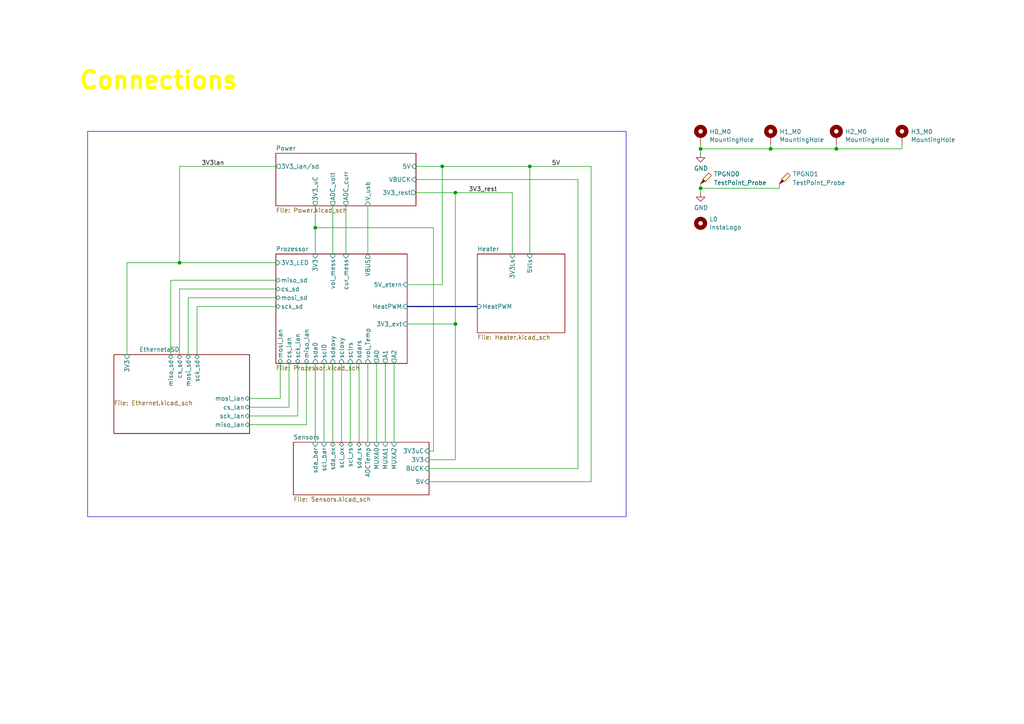
<source format=kicad_sch>
(kicad_sch (version 20231120) (generator "eeschema") (generator_version "8.0")
  (paper "A4")
  (lib_symbols
    (symbol "SymbolsBalloonv4:GND" (power) (pin_numbers hide) (pin_names (offset 0) hide)
      (property "Value" "GND" (at 0 -3.81 0))
      (symbol "GND_0_1"
        (polyline (pts (xy 0 0) (xy 0 -1.27) (xy 1.27 -1.27) (xy 0 -2.54) (xy -1.27 -1.27) (xy 0 -1.27)))
      )
      (symbol "GND_1_1"
        (pin power_in line (at 0 0 270) (length 0) (name "~") (number "1"))
      )
    )
    (symbol "SymbolsBalloonv4:MountingHole" (pin_names (offset 1.016))
      (property "Reference" "H" (at 0 5.08 0))
      (property "Value" "MountingHole" (at 0 3.175 0))
      (symbol "MountingHole_0_1"
        (circle (center 0 0) (radius 1.27) (stroke (width 1.27)))
      )
    )
    (symbol "SymbolsBalloonv4:MountingHole_Pad" (pin_numbers hide) (pin_names (offset 1.016) hide)
      (property "Reference" "H" (at 0 6.35 0))
      (property "Value" "MountingHole_Pad" (at 0 4.445 0))
      (symbol "MountingHole_Pad_0_1"
        (circle (center 0 1.27) (radius 1.27) (stroke (width 1.27)))
      )
      (symbol "MountingHole_Pad_1_1"
        (pin input line (at 0 -2.54 90) (length 2.54) (name "1") (number "1"))
      )
    )
    (symbol "SymbolsBalloonv4:TestPoint_Probe" (pin_numbers hide) (pin_names (offset 0.762) hide)
      (property "Reference" "TP" (at 1.651 5.842 0))
      (property "Value" "TestPoint_Probe" (at 1.651 4.064 0))
      (symbol "TestPoint_Probe_0_1"
        (polyline (pts (xy 1.27 0.762) (xy 0 0) (xy 0.762 1.27) (xy 1.27 0.762)) (fill (type outline)))
        (polyline (pts (xy 1.397 0.635) (xy 0.635 1.397) (xy 2.413 3.175) (xy 3.175 2.413) (xy 1.397 0.635)) (fill (type background)))
      )
      (symbol "TestPoint_Probe_1_1"
        (pin passive line (at 0 0 90) (length 0) (name "1") (number "1"))
      )
    )
  )
  (junction (at 153.67 48.26))
  (junction (at 132.08 93.98))
  (junction (at 128.27 48.26))
  (junction (at 132.08 55.88))
  (junction (at 242.57 43.18))
  (junction (at 91.44 66.04))
  (junction (at 203.2 54.61))
  (junction (at 52.07 76.2))
  (junction (at 203.2 43.18))
  (junction (at 223.52 43.18))
  (wire (pts (xy 81.28 105.41) (xy 81.28 115.57)))
  (wire (pts (xy 54.61 86.36) (xy 80.01 86.36)))
  (wire (pts (xy 128.27 48.26) (xy 128.27 82.55)))
  (wire (pts (xy 86.36 120.65) (xy 86.36 105.41)))
  (wire (pts (xy 72.39 120.65) (xy 86.36 120.65)))
  (wire (pts (xy 223.52 43.18) (xy 223.52 41.91)))
  (wire (pts (xy 100.33 59.69) (xy 100.33 73.66)))
  (wire (pts (xy 132.08 93.98) (xy 132.08 133.35)))
  (wire (pts (xy 88.9 123.19) (xy 72.39 123.19)))
  (wire (pts (xy 114.3 105.41) (xy 114.3 128.27)))
  (wire (pts (xy 96.52 59.69) (xy 96.52 73.66)))
  (wire (pts (xy 203.2 43.18) (xy 203.2 41.91)))
  (wire (pts (xy 128.27 82.55) (xy 118.11 82.55)))
  (wire (pts (xy 120.65 52.07) (xy 167.64 52.07)))
  (wire (pts (xy 203.2 53.34) (xy 203.2 54.61)))
  (wire (pts (xy 72.39 118.11) (xy 83.82 118.11)))
  (wire (pts (xy 99.06 105.41) (xy 99.06 128.27)))
  (wire (pts (xy 167.64 52.07) (xy 167.64 135.89)))
  (wire (pts (xy 57.15 88.9) (xy 80.01 88.9)))
  (wire (pts (xy 125.73 130.81) (xy 125.73 66.04)))
  (wire (pts (xy 49.53 81.28) (xy 49.53 102.87)))
  (wire (pts (xy 96.52 105.41) (xy 96.52 128.27)))
  (wire (pts (xy 203.2 43.18) (xy 223.52 43.18)))
  (wire (pts (xy 261.62 43.18) (xy 261.62 41.91)))
  (wire (pts (xy 203.2 44.45) (xy 203.2 43.18)))
  (wire (pts (xy 242.57 43.18) (xy 261.62 43.18)))
  (wire (pts (xy 242.57 43.18) (xy 242.57 41.91)))
  (wire (pts (xy 57.15 88.9) (xy 57.15 102.87)))
  (wire (pts (xy 171.45 48.26) (xy 171.45 139.7)))
  (wire (pts (xy 120.65 48.26) (xy 128.27 48.26)))
  (wire (pts (xy 120.65 55.88) (xy 132.08 55.88)))
  (wire (pts (xy 93.98 105.41) (xy 93.98 128.27)))
  (wire (pts (xy 52.07 76.2) (xy 80.01 76.2)))
  (wire (pts (xy 72.39 115.57) (xy 81.28 115.57)))
  (wire (pts (xy 223.52 43.18) (xy 242.57 43.18)))
  (wire (pts (xy 124.46 139.7) (xy 171.45 139.7)))
  (wire (pts (xy 91.44 105.41) (xy 91.44 128.27)))
  (wire (pts (xy 83.82 105.41) (xy 83.82 118.11)))
  (wire (pts (xy 101.6 105.41) (xy 101.6 128.27)))
  (wire (pts (xy 106.68 105.41) (xy 106.68 128.27)))
  (wire (pts (xy 52.07 83.82) (xy 80.01 83.82)))
  (wire (pts (xy 226.06 54.61) (xy 203.2 54.61)))
  (wire (pts (xy 36.83 76.2) (xy 36.83 102.87)))
  (wire (pts (xy 91.44 66.04) (xy 91.44 73.66)))
  (wire (pts (xy 104.14 105.41) (xy 104.14 128.27)))
  (wire (pts (xy 124.46 130.81) (xy 125.73 130.81)))
  (wire (pts (xy 118.11 93.98) (xy 132.08 93.98)))
  (wire (pts (xy 125.73 66.04) (xy 91.44 66.04)))
  (wire (pts (xy 132.08 55.88) (xy 148.59 55.88)))
  (wire (pts (xy 203.2 54.61) (xy 203.2 55.88)))
  (wire (pts (xy 153.67 73.66) (xy 153.67 48.26)))
  (bus (pts (xy 118.11 88.9) (xy 138.43 88.9)))
  (wire (pts (xy 52.07 48.26) (xy 52.07 76.2)))
  (wire (pts (xy 54.61 102.87) (xy 54.61 86.36)))
  (wire (pts (xy 106.68 59.69) (xy 106.68 73.66)))
  (wire (pts (xy 153.67 48.26) (xy 171.45 48.26)))
  (wire (pts (xy 124.46 133.35) (xy 132.08 133.35)))
  (wire (pts (xy 167.64 135.89) (xy 124.46 135.89)))
  (wire (pts (xy 226.06 54.61) (xy 226.06 53.34)))
  (wire (pts (xy 91.44 59.69) (xy 91.44 66.04)))
  (wire (pts (xy 52.07 83.82) (xy 52.07 102.87)))
  (wire (pts (xy 148.59 55.88) (xy 148.59 73.66)))
  (wire (pts (xy 128.27 48.26) (xy 153.67 48.26)))
  (wire (pts (xy 88.9 105.41) (xy 88.9 123.19)))
  (wire (pts (xy 49.53 81.28) (xy 80.01 81.28)))
  (wire (pts (xy 132.08 55.88) (xy 132.08 93.98)))
  (wire (pts (xy 52.07 48.26) (xy 80.01 48.26)))
  (wire (pts (xy 111.76 105.41) (xy 111.76 128.27)))
  (wire (pts (xy 36.83 76.2) (xy 52.07 76.2)))
  (wire (pts (xy 109.22 105.41) (xy 109.22 128.27)))
  (rectangle (start 25.4 38.1) (end 181.61 149.86))
  (text "Connections" (at 22.606 26.416 0) (effects (font (size 5 5) (thickness 1) (bold yes)) (justify left bottom)))
  (label "3V3lan" (at 58.42 48.26 0))
  (label "5V" (at 160.02 48.26 0))
  (label "3V3_rest" (at 135.89 55.88 0))
  (symbol (lib_id "SymbolsBalloonv4:TestPoint_Probe") (at 226.06 53.34 0) (unit 1) (in_bom no)
    (property "Reference" "TPGND1" (at 229.87 50.4824 0) (effects (justify left)))
    (property "Value" "TestPoint_Probe" (at 229.87 53.0224 0) (effects (justify left)))
    (property "Footprint" "TestPoint:TestPoint_Loop_D1.80mm_Drill1.0mm_Beaded" (effects (hide yes)))
    (property "Description" "test point (alternative probe-style design)" (effects (hide yes)))
  )
  (symbol (lib_id "SymbolsBalloonv4:MountingHole_Pad") (at 261.62 39.37 0) (unit 1)
    (property "Reference" "H3_M0" (at 264.16 38.2016 0) (effects (justify left)))
    (property "Value" "MountingHole" (at 264.16 40.513 0) (effects (justify left)))
    (property "Footprint" "MountingHole:MountingHole_2.2mm_M2_Pad_Via" (effects (hide yes)))
    (property "Description" "Mounting Hole with connection" (effects (hide yes)))
  )
  (symbol (lib_id "SymbolsBalloonv4:MountingHole") (at 203.2 64.77 0) (unit 1) (in_bom no)
    (property "Reference" "L0" (at 205.74 63.6016 0) (effects (justify left)))
    (property "Value" "InstaLogo" (at 205.74 65.913 0) (effects (justify left)))
    (property "Footprint" "SamacSys_Parts:insta" (effects (hide yes)))
    (property "Description" "Mounting Hole without connection" (effects (hide yes)))
  )
  (symbol (lib_id "SymbolsBalloonv4:GND") (at 203.2 55.88 0) (unit 1)
    (property "Reference" "#PWR01" (effects (hide yes)))
    (property "Value" "GND" (at 203.327 60.2742 0))
    (property "Description" "Power symbol creates a global label with name \"GND\" , ground" (effects (hide yes)))
  )
  (symbol (lib_id "SymbolsBalloonv4:MountingHole_Pad") (at 242.57 39.37 0) (unit 1)
    (property "Reference" "H2_M0" (at 245.11 38.2016 0) (effects (justify left)))
    (property "Value" "MountingHole" (at 245.11 40.513 0) (effects (justify left)))
    (property "Footprint" "MountingHole:MountingHole_2.2mm_M2_Pad_Via" (effects (hide yes)))
    (property "Description" "Mounting Hole with connection" (effects (hide yes)))
  )
  (symbol (lib_id "SymbolsBalloonv4:MountingHole_Pad") (at 203.2 39.37 0) (unit 1)
    (property "Reference" "H0_M0" (at 205.74 38.2016 0) (effects (justify left)))
    (property "Value" "MountingHole" (at 205.74 40.513 0) (effects (justify left)))
    (property "Footprint" "MountingHole:MountingHole_2.2mm_M2_Pad_Via" (effects (hide yes)))
    (property "Description" "Mounting Hole with connection" (effects (hide yes)))
  )
  (symbol (lib_id "SymbolsBalloonv4:GND") (at 203.2 44.45 0) (unit 1)
    (property "Reference" "#PWR00" (effects (hide yes)))
    (property "Value" "GND" (at 203.327 48.8442 0))
    (property "Description" "Power symbol creates a global label with name \"GND\" , ground" (effects (hide yes)))
  )
  (symbol (lib_id "SymbolsBalloonv4:TestPoint_Probe") (at 203.2 53.34 0) (unit 1) (in_bom no)
    (property "Reference" "TPGND0" (at 207.01 50.4824 0) (effects (justify left)))
    (property "Value" "TestPoint_Probe" (at 207.01 53.0224 0) (effects (justify left)))
    (property "Footprint" "TestPoint:TestPoint_Loop_D1.80mm_Drill1.0mm_Beaded" (effects (hide yes)))
    (property "Description" "test point (alternative probe-style design)" (effects (hide yes)))
  )
  (symbol (lib_id "SymbolsBalloonv4:MountingHole_Pad") (at 223.52 39.37 0) (unit 1)
    (property "Reference" "H1_M0" (at 226.06 38.2016 0) (effects (justify left)))
    (property "Value" "MountingHole" (at 226.06 40.513 0) (effects (justify left)))
    (property "Footprint" "MountingHole:MountingHole_2.2mm_M2_Pad_Via" (effects (hide yes)))
    (property "Description" "Mounting Hole with connection" (effects (hide yes)))
  )
  (sheet (at 80.01 44.45) (size 40.64 15.24) (stroke (width 0.1524))
    (property "Sheetname" "Power" (at 80.01 43.7384 0) (effects (justify left bottom)))
    (property "Sheetfile" "Power.kicad_sch" (at 80.01 60.2746 0) (effects (justify left top)))
    (pin "3V3_uC" output (at 91.44 59.69 270))
    (pin "V_usb" input (at 106.68 59.69 270))
    (pin "ADC_curr" output (at 100.33 59.69 270))
    (pin "ADC_volt" output (at 96.52 59.69 270))
    (pin "3V3_lan{slash}sd" output (at 80.01 48.26 180))
    (pin "3V3_rest" output (at 120.65 55.88 0))
    (pin "5V" input (at 120.65 48.26 0))
    (pin "VBUCK" input (at 120.65 52.07 0))
  )
  (sheet (at 80.01 73.66) (size 38.1 31.75) (stroke (width 0.1524))
    (property "Sheetname" "Prozessor" (at 80.01 72.9484 0) (effects (justify left bottom)))
    (property "Sheetfile" "Prozessor.kicad_sch" (at 80.01 105.9946 0) (effects (justify left top)))
    (pin "mosi_lan" bidirectional (at 81.28 105.41 270))
    (pin "vol_mess" input (at 96.52 73.66 90))
    (pin "cs_lan" bidirectional (at 83.82 105.41 270))
    (pin "miso_lan" bidirectional (at 88.9 105.41 270))
    (pin "sck_lan" bidirectional (at 86.36 105.41 270))
    (pin "cur_mess" input (at 100.33 73.66 90))
    (pin "3V3" input (at 91.44 73.66 90))
    (pin "VBUS" output (at 106.68 73.66 90))
    (pin "miso_sd" bidirectional (at 80.01 81.28 180))
    (pin "cs_sd" bidirectional (at 80.01 83.82 180))
    (pin "mosi_sd" bidirectional (at 80.01 86.36 180))
    (pin "sck_sd" bidirectional (at 80.01 88.9 180))
    (pin "5V_etern" input (at 118.11 82.55 0))
    (pin "vol_Temp" input (at 106.68 105.41 270))
    (pin "A2" output (at 114.3 105.41 270))
    (pin "A1" output (at 111.76 105.41 270))
    (pin "A0" output (at 109.22 105.41 270))
    (pin "sdaoxy" input (at 96.52 105.41 270))
    (pin "scloxy" input (at 99.06 105.41 270))
    (pin "sclrs" input (at 101.6 105.41 270))
    (pin "sdars" input (at 104.14 105.41 270))
    (pin "3V3_ext" input (at 118.11 93.98 0))
    (pin "scl0" input (at 93.98 105.41 270))
    (pin "sda0" input (at 91.44 105.41 270))
    (pin "3V3_LED" input (at 80.01 76.2 180))
    (pin "HeatPWM" input (at 118.11 88.9 0))
  )
  (sheet (at 85.09 128.27) (size 39.37 15.24) (stroke (width 0.1524))
    (property "Sheetname" "Sensors" (at 85.09 127.5584 0) (effects (justify left bottom)))
    (property "Sheetfile" "Sensors.kicad_sch" (at 85.09 144.0946 0) (effects (justify left top)))
    (pin "3V3" input (at 124.46 133.35 0))
    (pin "5V" input (at 124.46 139.7 0))
    (pin "MUXA0" input (at 109.22 128.27 90))
    (pin "MUXA1" input (at 111.76 128.27 90))
    (pin "MUXA2" input (at 114.3 128.27 90))
    (pin "ADCTemp" input (at 106.68 128.27 90))
    (pin "sda_bar" input (at 91.44 128.27 90))
    (pin "scl_bar" input (at 93.98 128.27 90))
    (pin "sda_ox" bidirectional (at 96.52 128.27 90))
    (pin "scl_ox" bidirectional (at 99.06 128.27 90))
    (pin "sda_rs" bidirectional (at 104.14 128.27 90))
    (pin "scl_rs" bidirectional (at 101.6 128.27 90))
    (pin "3V3uC" input (at 124.46 130.81 0))
    (pin "BUCK" input (at 124.46 135.89 0))
  )
  (sheet (at 33.02 102.87) (size 39.37 22.86) (stroke (width 0.1524))
    (property "Sheetname" "EthernetaSD" (at 40.386 102.108 0) (effects (justify left bottom)))
    (property "Sheetfile" "Ethernet.kicad_sch" (at 33.02 116.1546 0) (effects (justify left top)))
    (pin "sck_lan" bidirectional (at 72.39 120.65 0))
    (pin "miso_lan" bidirectional (at 72.39 123.19 0))
    (pin "mosi_lan" bidirectional (at 72.39 115.57 0))
    (pin "cs_lan" bidirectional (at 72.39 118.11 0))
    (pin "3V3" input (at 36.83 102.87 90))
    (pin "sck_sd" bidirectional (at 57.15 102.87 90))
    (pin "mosi_sd" bidirectional (at 54.61 102.87 90))
    (pin "cs_sd" bidirectional (at 52.07 102.87 90))
    (pin "miso_sd" bidirectional (at 49.53 102.87 90))
  )
  (sheet (at 138.43 73.66) (size 25.4 22.86) (stroke (width 0.1524))
    (property "Sheetname" "Heater" (at 138.43 72.9484 0) (effects (justify left bottom)))
    (property "Sheetfile" "Heater.kicad_sch" (at 138.43 97.1046 0) (effects (justify left top)))
    (pin "3V3Ls" input (at 148.59 73.66 90))
    (pin "5Vls" input (at 153.67 73.66 90))
    (pin "HeatPWM" input (at 138.43 88.9 180))
  )
)
</source>
